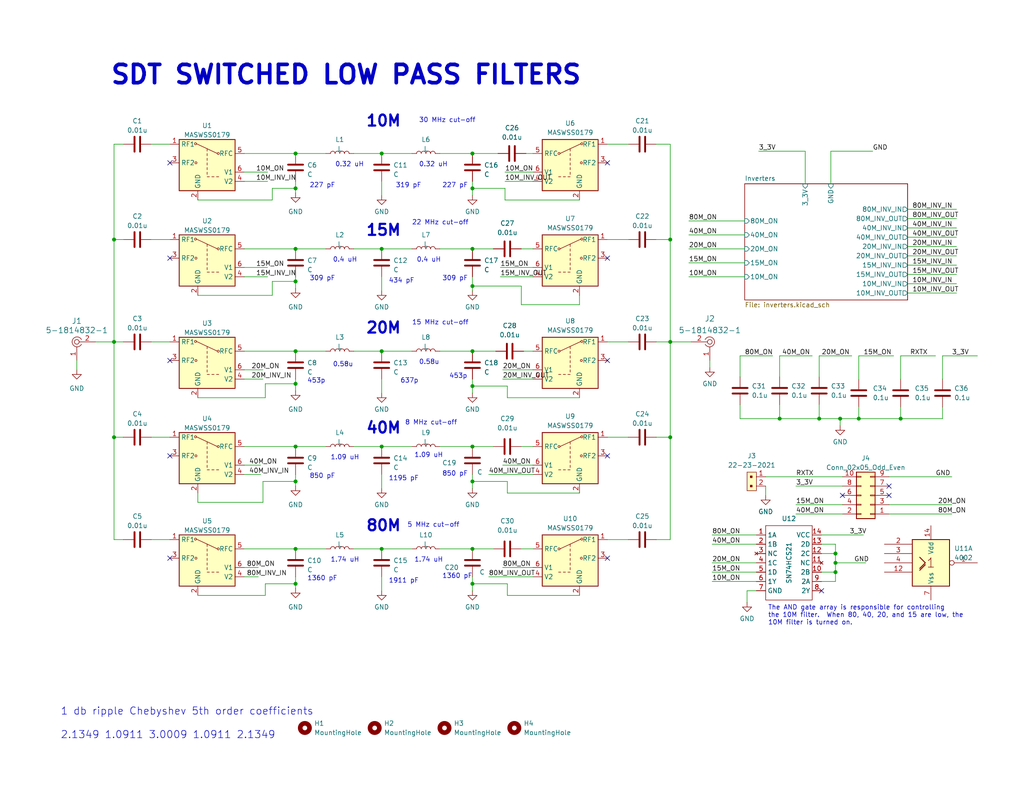
<source format=kicad_sch>
(kicad_sch (version 20230121) (generator eeschema)
  (paper "USLetter")
  (title_block (title "SDT Switched Low Pass Filters") (date "2023-06-05") (rev "Prototype 0"))
  (lib_symbols
    (symbol "4xxx_IEEE:4002"
      (property "Reference" "U" (at 5.08 7.62 0))
      (property "Value" "4002" (at 5.08 -7.62 0))
      (symbol "4002_0_0"
        (polyline (pts (xy -3.048 -2.032) (xy -1.524 -0.508) (xy -1.524 -0.508)) (stroke (width 0.254)) (fill (type background)))
        (polyline (pts (xy -3.048 1.524) (xy -1.524 0) (xy -3.048 -1.524) (xy -3.048 -1.524)) (stroke (width 0.254)) (fill (type background)))
        (text "1" (at 0 0 0) (effects (font (size 2.54 2.54))))
      )
      (symbol "4002_0_1"
        (rectangle (start -5.08 6.35) (end 5.08 -6.35) (stroke (width 0.254)) (fill (type background)))
        (pin power_in line (at 0 10.16 270) (length 3.81) (name "Vdd") (number "14"))
        (pin power_in line (at 0 -10.16 90) (length 3.81) (name "Vss") (number "7"))
      )
      (symbol "4002_1_1"
        (pin output inverted (at 12.7 0 180) (length 7.62) (name "~") (number "1"))
        (pin input line (at -12.7 -2.54 0) (length 7.62) (name "~") (number "12"))
        (pin input line (at -12.7 5.08 0) (length 7.62) (name "~") (number "2"))
        (pin input line (at -12.7 2.54 0) (length 7.62) (name "~") (number "3"))
        (pin input line (at -12.7 0 0) (length 7.62) (name "~") (number "4"))
      )
      (symbol "4002_2_1"
        (pin input line (at -12.7 2.54 0) (length 7.62) (name "~") (number "10"))
        (pin input line (at -12.7 0 0) (length 7.62) (name "~") (number "11"))
        (pin input line (at -12.7 -2.54 0) (length 7.62) (name "~") (number "12"))
        (pin output inverted (at 12.7 0 180) (length 7.62) (name "~") (number "13"))
        (pin input line (at -12.7 5.08 0) (length 7.62) (name "~") (number "9"))
      )
    )
    (symbol "Connector_Generic:Conn_02x05_Odd_Even" (pin_names (offset 1.016) hide)
      (property "Reference" "J" (at 1.27 7.62 0))
      (property "Value" "Conn_02x05_Odd_Even" (at 1.27 -7.62 0))
      (symbol "Conn_02x05_Odd_Even_1_1"
        (rectangle (start -1.27 -4.953) (end 0 -5.207) (stroke (width 0.1524)))
        (rectangle (start -1.27 -2.413) (end 0 -2.667) (stroke (width 0.1524)))
        (rectangle (start -1.27 0.127) (end 0 -0.127) (stroke (width 0.1524)))
        (rectangle (start -1.27 2.667) (end 0 2.413) (stroke (width 0.1524)))
        (rectangle (start -1.27 5.207) (end 0 4.953) (stroke (width 0.1524)))
        (rectangle (start -1.27 6.35) (end 3.81 -6.35) (stroke (width 0.254)) (fill (type background)))
        (rectangle (start 3.81 -4.953) (end 2.54 -5.207) (stroke (width 0.1524)))
        (rectangle (start 3.81 -2.413) (end 2.54 -2.667) (stroke (width 0.1524)))
        (rectangle (start 3.81 0.127) (end 2.54 -0.127) (stroke (width 0.1524)))
        (rectangle (start 3.81 2.667) (end 2.54 2.413) (stroke (width 0.1524)))
        (rectangle (start 3.81 5.207) (end 2.54 4.953) (stroke (width 0.1524)))
        (pin passive line (at -5.08 5.08 0) (length 3.81) (name "Pin_1") (number "1"))
        (pin passive line (at 7.62 -5.08 180) (length 3.81) (name "Pin_10") (number "10"))
        (pin passive line (at 7.62 5.08 180) (length 3.81) (name "Pin_2") (number "2"))
        (pin passive line (at -5.08 2.54 0) (length 3.81) (name "Pin_3") (number "3"))
        (pin passive line (at 7.62 2.54 180) (length 3.81) (name "Pin_4") (number "4"))
        (pin passive line (at -5.08 0 0) (length 3.81) (name "Pin_5") (number "5"))
        (pin passive line (at 7.62 0 180) (length 3.81) (name "Pin_6") (number "6"))
        (pin passive line (at -5.08 -2.54 0) (length 3.81) (name "Pin_7") (number "7"))
        (pin passive line (at 7.62 -2.54 180) (length 3.81) (name "Pin_8") (number "8"))
        (pin passive line (at -5.08 -5.08 0) (length 3.81) (name "Pin_9") (number "9"))
      )
    )
    (symbol "Device:C" (pin_numbers hide) (pin_names (offset 0.254))
      (property "Reference" "C" (at 0.635 2.54 0))
      (property "Value" "C" (at 0.635 -2.54 0))
      (symbol "C_0_1"
        (polyline (pts (xy -2.032 -0.762) (xy 2.032 -0.762)) (stroke (width 0.508)))
        (polyline (pts (xy -2.032 0.762) (xy 2.032 0.762)) (stroke (width 0.508)))
      )
      (symbol "C_1_1"
        (pin passive line (at 0 3.81 270) (length 2.794) (name "~") (number "1"))
        (pin passive line (at 0 -3.81 90) (length 2.794) (name "~") (number "2"))
      )
    )
    (symbol "Device:L" (pin_numbers hide) (pin_names (offset 1.016) hide)
      (property "Reference" "L" (at -1.27 0 90))
      (property "Value" "L" (at 1.905 0 90))
      (symbol "L_0_1"
        (arc (start 0 -2.54) (mid 0.6323 -1.905) (end 0 -1.27))
        (arc (start 0 -1.27) (mid 0.6323 -0.635) (end 0 0))
        (arc (start 0 0) (mid 0.6323 0.635) (end 0 1.27))
        (arc (start 0 1.27) (mid 0.6323 1.905) (end 0 2.54))
      )
      (symbol "L_1_1"
        (pin passive line (at 0 3.81 270) (length 1.27) (name "1") (number "1"))
        (pin passive line (at 0 -3.81 90) (length 1.27) (name "2") (number "2"))
      )
    )
    (symbol "Mechanical:MountingHole" (pin_names (offset 1.016))
      (property "Reference" "H" (at 0 5.08 0))
      (property "Value" "MountingHole" (at 0 3.175 0))
      (symbol "MountingHole_0_1"
        (circle (center 0 0) (radius 1.27) (stroke (width 1.27)))
      )
    )
    (symbol "RF_Switch:MASWSS0179"
      (property "Reference" "U" (at -7.62 7.62 0))
      (property "Value" "MASWSS0179" (at 3.81 7.62 0))
      (symbol "MASWSS0179_0_1"
        (circle (center -3.048 2.54) (radius 0.2794))
        (polyline (pts (xy -3.175 -3.81) (xy -2.54 -3.81)))
        (polyline (pts (xy -2.794 2.54) (xy 2.921 5.207)))
        (polyline (pts (xy -1.905 -3.81) (xy -1.27 -3.81)))
        (polyline (pts (xy -0.635 -3.81) (xy 0 -3.81)))
        (polyline (pts (xy 0 -3.175) (xy 0 -2.54)))
        (polyline (pts (xy 0 -1.905) (xy 0 -1.27)))
        (polyline (pts (xy 0 -0.635) (xy 0 0)))
        (polyline (pts (xy 0 0.635) (xy 0 1.27)))
        (polyline (pts (xy 0 1.905) (xy 0 2.54)))
        (polyline (pts (xy 0 3.175) (xy 0 3.81)))
        (circle (center 3.048 0) (radius 0.2794))
        (circle (center 3.175 5.207) (radius 0.2794))
        (rectangle (start 7.62 -7.62) (end -7.62 6.35) (stroke (width 0.254)) (fill (type background)))
      )
      (symbol "MASWSS0179_1_1"
        (pin passive line (at 10.16 5.08 180) (length 2.54) (name "RF1") (number "1"))
        (pin power_in line (at 2.54 -10.16 90) (length 2.54) (name "GND") (number "2"))
        (pin passive line (at 10.16 0 180) (length 2.54) (name "RF2") (number "3"))
        (pin input line (at -10.16 -5.08 0) (length 2.54) (name "V2") (number "4"))
        (pin passive line (at -10.16 2.54 0) (length 2.54) (name "RFC") (number "5"))
        (pin input line (at -10.16 -2.54 0) (length 2.54) (name "V1") (number "6"))
      )
    )
    (symbol "dk_Coaxial-Connectors-RF:5-1814832-1" (pin_names (offset 1.016))
      (property "Reference" "J" (at -2.54 1.27 0))
      (property "Value" "5-1814832-1" (at 1.27 -2.54 0))
      (symbol "5-1814832-1_0_1"
        (arc (start -1.27 0) (mid -0.2651 -1.3081) (end 1.27 -0.635))
        (circle (center 0 0) (radius 0.635))
        (arc (start 1.27 0.635) (mid -0.2496 1.3256) (end -1.27 0))
      )
      (symbol "5-1814832-1_1_1"
        (pin passive line (at 0 -5.08 90) (length 3.683) (name "~") (number "1"))
        (pin passive line (at 5.08 0 180) (length 4.445) (name "~") (number "2"))
      )
    )
    (symbol "dk_Logic-Buffers-Drivers-Receivers-Transceivers:SN74HCS21"
      (property "Reference" "U" (at 0 0 0))
      (symbol "SN74HCS21_0_1"
        (rectangle (start -6.35 10.16) (end 6.35 -10.16))
      )
      (symbol "SN74HCS21_1_1"
        (pin input line (at -8.89 7.62 0) (length 2.54) (name "1A") (number "1"))
        (pin input line (at 8.89 -2.54 180) (length 2.54) (name "2B") (number "10"))
        (pin no_connect line (at 8.89 0 180) (length 2.54) (name "NC") (number "11"))
        (pin output line (at 8.89 2.54 180) (length 2.54) (name "2C") (number "12"))
        (pin output line (at 8.89 5.08 180) (length 2.54) (name "2D") (number "13"))
        (pin input line (at 8.89 7.62 180) (length 2.54) (name "VCC") (number "14"))
        (pin input line (at -8.89 5.08 0) (length 2.54) (name "1B") (number "2"))
        (pin no_connect line (at -8.89 2.54 0) (length 2.54) (name "NC") (number "3"))
        (pin input line (at -8.89 0 0) (length 2.54) (name "1C") (number "4"))
        (pin input line (at -8.89 -2.54 0) (length 2.54) (name "1D") (number "5"))
        (pin input line (at -8.89 -5.08 0) (length 2.54) (name "1Y") (number "6"))
        (pin input line (at -8.89 -7.62 0) (length 2.54) (name "GND") (number "7"))
        (pin input line (at 8.89 -7.62 180) (length 2.54) (name "2Y") (number "8"))
        (pin input line (at 8.89 -5.08 180) (length 2.54) (name "2A") (number "9"))
      )
    )
    (symbol "dk_Rectangular-Connectors-Headers-Male-Pins:22-23-2021" (pin_names (offset 1.016))
      (property "Reference" "J" (at -2.54 1.27 0))
      (property "Value" "22-23-2021" (at 1.27 -3.81 0))
      (symbol "22-23-2021_1_1"
        (rectangle (start -1.27 0) (end 3.81 -2.54) (fill (type background)))
        (rectangle (start -0.254 -1.143) (end 0.254 -1.651) (fill (type outline)))
        (rectangle (start 2.286 -1.143) (end 2.794 -1.651) (fill (type outline)))
        (pin passive line (at 0 2.54 270) (length 2.54) (name "~") (number "1"))
        (pin passive line (at 2.54 2.54 270) (length 2.54) (name "~") (number "2"))
      )
    )
    (symbol "power:GND" (power) (pin_names (offset 0))
      (property "Value" "GND" (at 0 -3.81 0))
      (symbol "GND_0_1"
        (polyline (pts (xy 0 0) (xy 0 -1.27) (xy 1.27 -1.27) (xy 0 -2.54) (xy -1.27 -1.27) (xy 0 -1.27)))
      )
      (symbol "GND_1_1"
        (pin power_in line (at 0 0 270) (length 0) hide (name "GND") (number "1"))
      )
    )
  )
  (junction (at 182.88 93.345))
  (junction (at 128.905 41.91))
  (junction (at 31.115 93.345))
  (junction (at 227.965 156.21))
  (junction (at 80.645 41.91))
  (junction (at 212.725 114.3))
  (junction (at 245.745 114.3))
  (junction (at 80.645 95.885))
  (junction (at 128.905 51.435))
  (junction (at 104.14 95.885))
  (junction (at 80.645 104.775))
  (junction (at 234.315 114.3))
  (junction (at 104.14 121.92))
  (junction (at 128.905 105.41))
  (junction (at 31.115 65.405))
  (junction (at 31.115 119.38))
  (junction (at 80.645 149.86))
  (junction (at 128.905 95.885))
  (junction (at 227.965 153.67))
  (junction (at 128.905 149.86))
  (junction (at 229.235 114.3))
  (junction (at 104.14 149.86))
  (junction (at 182.88 119.38))
  (junction (at 128.905 78.105))
  (junction (at 223.52 114.3))
  (junction (at 128.905 131.445))
  (junction (at 80.645 76.835))
  (junction (at 104.14 41.91))
  (junction (at 128.905 159.385))
  (junction (at 80.645 121.92))
  (junction (at 128.905 67.945))
  (junction (at 80.645 67.945))
  (junction (at 227.965 151.13))
  (junction (at 80.645 51.435))
  (junction (at 80.645 131.445))
  (junction (at 128.905 121.92))
  (junction (at 80.645 159.385))
  (junction (at 182.88 65.405))
  (junction (at 104.14 67.945))
  (no_connect (at 46.355 44.45))
  (no_connect (at 224.155 161.29))
  (no_connect (at 46.355 70.485))
  (no_connect (at 242.57 132.715))
  (no_connect (at 242.57 135.255))
  (no_connect (at 165.735 70.485))
  (no_connect (at 165.735 152.4))
  (no_connect (at 46.355 152.4))
  (no_connect (at 165.735 98.425))
  (no_connect (at 165.735 124.46))
  (no_connect (at 46.355 98.425))
  (no_connect (at 165.735 44.45))
  (no_connect (at 46.355 124.46))
  (no_connect (at 229.87 135.255))
  (wire (pts (xy 104.14 157.48) (xy 104.14 161.29)))
  (wire (pts (xy 128.905 159.385) (xy 128.905 161.29)))
  (wire (pts (xy 257.175 103.505) (xy 257.175 97.155)))
  (wire (pts (xy 242.57 130.175) (xy 259.715 130.175)))
  (wire (pts (xy 26.035 93.345) (xy 31.115 93.345)))
  (wire (pts (xy 187.96 67.945) (xy 203.2 67.945)))
  (wire (pts (xy 128.905 51.435) (xy 137.795 51.435)))
  (wire (pts (xy 187.96 71.755) (xy 203.2 71.755)))
  (wire (pts (xy 136.525 73.025) (xy 145.415 73.025)))
  (wire (pts (xy 227.965 153.67) (xy 236.22 153.67)))
  (wire (pts (xy 179.07 147.32) (xy 182.88 147.32)))
  (wire (pts (xy 234.315 111.125) (xy 234.315 114.3)))
  (wire (pts (xy 208.915 132.715) (xy 208.915 135.255)))
  (wire (pts (xy 247.65 64.77) (xy 260.985 64.77)))
  (wire (pts (xy 66.675 121.92) (xy 80.645 121.92)))
  (wire (pts (xy 187.96 64.135) (xy 203.2 64.135)))
  (wire (pts (xy 182.88 93.345) (xy 182.88 119.38)))
  (wire (pts (xy 53.975 108.585) (xy 72.39 108.585)))
  (wire (pts (xy 41.275 147.32) (xy 46.355 147.32)))
  (wire (pts (xy 80.645 149.86) (xy 88.9 149.86)))
  (wire (pts (xy 226.695 50.165) (xy 226.695 41.275)))
  (wire (pts (xy 31.115 119.38) (xy 33.655 119.38)))
  (wire (pts (xy 41.275 93.345) (xy 46.355 93.345)))
  (wire (pts (xy 128.905 129.54) (xy 128.905 131.445)))
  (wire (pts (xy 165.735 93.345) (xy 171.45 93.345)))
  (wire (pts (xy 212.725 97.155) (xy 221.615 97.155)))
  (wire (pts (xy 138.43 162.56) (xy 138.43 159.385)))
  (wire (pts (xy 128.905 157.48) (xy 128.905 159.385)))
  (wire (pts (xy 208.915 130.175) (xy 229.87 130.175)))
  (wire (pts (xy 242.57 140.335) (xy 259.715 140.335)))
  (wire (pts (xy 72.39 108.585) (xy 72.39 104.775)))
  (wire (pts (xy 128.905 78.105) (xy 128.905 79.375)))
  (wire (pts (xy 165.735 39.37) (xy 171.45 39.37)))
  (wire (pts (xy 137.795 46.99) (xy 145.415 46.99)))
  (wire (pts (xy 182.88 147.32) (xy 182.88 119.38)))
  (wire (pts (xy 120.015 95.885) (xy 128.905 95.885)))
  (wire (pts (xy 247.65 59.69) (xy 260.985 59.69)))
  (wire (pts (xy 80.645 159.385) (xy 80.645 160.655)))
  (wire (pts (xy 219.71 50.165) (xy 219.71 41.275)))
  (wire (pts (xy 142.875 95.885) (xy 145.415 95.885)))
  (wire (pts (xy 194.31 153.67) (xy 206.375 153.67)))
  (wire (pts (xy 201.93 102.87) (xy 201.93 97.155)))
  (wire (pts (xy 66.675 129.54) (xy 71.12 129.54)))
  (wire (pts (xy 72.39 162.56) (xy 72.39 159.385)))
  (wire (pts (xy 41.275 119.38) (xy 46.355 119.38)))
  (wire (pts (xy 80.645 49.53) (xy 80.645 51.435)))
  (wire (pts (xy 53.975 80.645) (xy 74.295 80.645)))
  (wire (pts (xy 80.645 104.775) (xy 80.645 106.68)))
  (wire (pts (xy 104.14 67.945) (xy 112.395 67.945)))
  (wire (pts (xy 128.905 51.435) (xy 128.905 53.34)))
  (wire (pts (xy 66.675 73.025) (xy 73.025 73.025)))
  (wire (pts (xy 227.965 156.21) (xy 227.965 158.75)))
  (wire (pts (xy 31.115 93.345) (xy 33.655 93.345)))
  (wire (pts (xy 133.35 157.48) (xy 145.415 157.48)))
  (wire (pts (xy 257.175 114.3) (xy 257.175 111.125)))
  (wire (pts (xy 182.88 39.37) (xy 182.88 65.405)))
  (wire (pts (xy 41.275 39.37) (xy 46.355 39.37)))
  (wire (pts (xy 128.905 67.945) (xy 134.62 67.945)))
  (wire (pts (xy 80.645 51.435) (xy 80.645 52.705)))
  (wire (pts (xy 128.905 149.86) (xy 134.62 149.86)))
  (wire (pts (xy 80.645 67.945) (xy 88.9 67.945)))
  (wire (pts (xy 224.155 156.21) (xy 227.965 156.21)))
  (wire (pts (xy 187.96 75.565) (xy 203.2 75.565)))
  (wire (pts (xy 212.725 114.3) (xy 223.52 114.3)))
  (wire (pts (xy 217.17 137.795) (xy 229.87 137.795)))
  (wire (pts (xy 223.52 102.87) (xy 223.52 97.155)))
  (wire (pts (xy 53.975 134.62) (xy 53.975 137.16)))
  (wire (pts (xy 66.675 149.86) (xy 80.645 149.86)))
  (wire (pts (xy 74.295 80.645) (xy 74.295 76.835)))
  (wire (pts (xy 207.01 41.275) (xy 219.71 41.275)))
  (wire (pts (xy 223.52 97.155) (xy 232.41 97.155)))
  (wire (pts (xy 203.835 161.29) (xy 203.835 164.465)))
  (wire (pts (xy 20.955 98.425) (xy 20.955 100.965)))
  (wire (pts (xy 80.645 157.48) (xy 80.645 159.385)))
  (wire (pts (xy 33.655 147.32) (xy 31.115 147.32)))
  (wire (pts (xy 66.675 67.945) (xy 80.645 67.945)))
  (wire (pts (xy 193.675 98.425) (xy 193.675 100.33)))
  (wire (pts (xy 212.725 102.87) (xy 212.725 97.155)))
  (wire (pts (xy 96.52 41.91) (xy 104.14 41.91)))
  (wire (pts (xy 142.24 83.185) (xy 158.115 83.185)))
  (wire (pts (xy 31.115 65.405) (xy 31.115 39.37)))
  (wire (pts (xy 80.645 129.54) (xy 80.645 131.445)))
  (wire (pts (xy 247.65 67.31) (xy 260.985 67.31)))
  (wire (pts (xy 194.31 158.75) (xy 206.375 158.75)))
  (wire (pts (xy 179.07 39.37) (xy 182.88 39.37)))
  (wire (pts (xy 142.24 78.105) (xy 142.24 83.185)))
  (wire (pts (xy 179.07 65.405) (xy 182.88 65.405)))
  (wire (pts (xy 31.115 119.38) (xy 31.115 147.32)))
  (wire (pts (xy 201.93 114.3) (xy 212.725 114.3)))
  (wire (pts (xy 104.14 95.885) (xy 112.395 95.885)))
  (wire (pts (xy 137.16 103.505) (xy 145.415 103.505)))
  (wire (pts (xy 234.315 103.505) (xy 234.315 97.155)))
  (wire (pts (xy 217.17 140.335) (xy 229.87 140.335)))
  (wire (pts (xy 165.735 147.32) (xy 171.45 147.32)))
  (wire (pts (xy 234.315 114.3) (xy 245.745 114.3)))
  (wire (pts (xy 128.905 78.105) (xy 142.24 78.105)))
  (wire (pts (xy 31.115 93.345) (xy 31.115 65.405)))
  (wire (pts (xy 66.675 46.99) (xy 73.025 46.99)))
  (wire (pts (xy 96.52 121.92) (xy 104.14 121.92)))
  (wire (pts (xy 182.88 119.38) (xy 179.07 119.38)))
  (wire (pts (xy 182.88 65.405) (xy 182.88 93.345)))
  (wire (pts (xy 142.24 149.86) (xy 145.415 149.86)))
  (wire (pts (xy 128.905 105.41) (xy 128.905 107.315)))
  (wire (pts (xy 137.16 127) (xy 145.415 127)))
  (wire (pts (xy 80.645 76.835) (xy 80.645 78.74)))
  (wire (pts (xy 226.695 41.275) (xy 238.125 41.275)))
  (wire (pts (xy 128.905 41.91) (xy 135.89 41.91)))
  (wire (pts (xy 72.39 104.775) (xy 80.645 104.775)))
  (wire (pts (xy 227.965 153.67) (xy 227.965 156.21)))
  (wire (pts (xy 31.115 93.345) (xy 31.115 119.38)))
  (wire (pts (xy 74.295 51.435) (xy 80.645 51.435)))
  (wire (pts (xy 96.52 149.86) (xy 104.14 149.86)))
  (wire (pts (xy 247.65 72.39) (xy 260.985 72.39)))
  (wire (pts (xy 31.115 65.405) (xy 33.655 65.405)))
  (wire (pts (xy 158.115 83.185) (xy 158.115 80.645)))
  (wire (pts (xy 158.115 108.585) (xy 138.43 108.585)))
  (wire (pts (xy 158.115 134.62) (xy 138.43 134.62)))
  (wire (pts (xy 201.93 110.49) (xy 201.93 114.3)))
  (wire (pts (xy 247.65 74.93) (xy 260.985 74.93)))
  (wire (pts (xy 80.645 131.445) (xy 80.645 132.715)))
  (wire (pts (xy 194.31 148.59) (xy 206.375 148.59)))
  (wire (pts (xy 247.65 80.01) (xy 260.985 80.01)))
  (wire (pts (xy 104.14 41.91) (xy 112.395 41.91)))
  (wire (pts (xy 96.52 67.945) (xy 104.14 67.945)))
  (wire (pts (xy 137.795 49.53) (xy 145.415 49.53)))
  (wire (pts (xy 66.675 49.53) (xy 73.025 49.53)))
  (wire (pts (xy 179.07 93.345) (xy 182.88 93.345)))
  (wire (pts (xy 74.295 76.835) (xy 80.645 76.835)))
  (wire (pts (xy 245.745 103.505) (xy 245.745 97.155)))
  (wire (pts (xy 104.14 149.86) (xy 112.395 149.86)))
  (wire (pts (xy 223.52 110.49) (xy 223.52 114.3)))
  (wire (pts (xy 247.65 57.15) (xy 260.985 57.15)))
  (wire (pts (xy 41.275 65.405) (xy 46.355 65.405)))
  (wire (pts (xy 80.645 103.505) (xy 80.645 104.775)))
  (wire (pts (xy 66.675 75.565) (xy 73.025 75.565)))
  (wire (pts (xy 136.525 75.565) (xy 145.415 75.565)))
  (wire (pts (xy 120.015 121.92) (xy 128.905 121.92)))
  (wire (pts (xy 229.235 114.3) (xy 234.315 114.3)))
  (wire (pts (xy 158.115 162.56) (xy 138.43 162.56)))
  (wire (pts (xy 165.735 119.38) (xy 171.45 119.38)))
  (wire (pts (xy 247.65 69.85) (xy 260.985 69.85)))
  (wire (pts (xy 128.905 131.445) (xy 128.905 133.35)))
  (wire (pts (xy 234.315 97.155) (xy 243.84 97.155)))
  (wire (pts (xy 96.52 95.885) (xy 104.14 95.885)))
  (wire (pts (xy 247.65 62.23) (xy 260.985 62.23)))
  (wire (pts (xy 71.755 131.445) (xy 80.645 131.445)))
  (wire (pts (xy 201.93 97.155) (xy 210.82 97.155)))
  (wire (pts (xy 80.645 95.885) (xy 88.9 95.885)))
  (wire (pts (xy 212.725 110.49) (xy 212.725 114.3)))
  (wire (pts (xy 142.24 67.945) (xy 145.415 67.945)))
  (wire (pts (xy 224.155 146.05) (xy 235.585 146.05)))
  (wire (pts (xy 182.88 93.345) (xy 188.595 93.345)))
  (wire (pts (xy 242.57 137.795) (xy 259.715 137.795)))
  (wire (pts (xy 245.745 114.3) (xy 257.175 114.3)))
  (wire (pts (xy 227.965 148.59) (xy 227.965 151.13)))
  (wire (pts (xy 66.675 103.505) (xy 71.755 103.505)))
  (wire (pts (xy 206.375 161.29) (xy 203.835 161.29)))
  (wire (pts (xy 66.675 157.48) (xy 70.485 157.48)))
  (wire (pts (xy 229.235 114.3) (xy 229.235 116.205)))
  (wire (pts (xy 104.14 49.53) (xy 104.14 53.34)))
  (wire (pts (xy 120.015 41.91) (xy 128.905 41.91)))
  (wire (pts (xy 72.39 159.385) (xy 80.645 159.385)))
  (wire (pts (xy 224.155 151.13) (xy 227.965 151.13)))
  (wire (pts (xy 138.43 105.41) (xy 128.905 105.41)))
  (wire (pts (xy 80.645 41.91) (xy 88.9 41.91)))
  (wire (pts (xy 66.675 95.885) (xy 80.645 95.885)))
  (wire (pts (xy 133.35 129.54) (xy 145.415 129.54)))
  (wire (pts (xy 53.975 54.61) (xy 74.295 54.61)))
  (wire (pts (xy 53.975 137.16) (xy 71.755 137.16)))
  (wire (pts (xy 128.905 121.92) (xy 134.62 121.92)))
  (wire (pts (xy 104.14 129.54) (xy 104.14 133.35)))
  (wire (pts (xy 128.905 49.53) (xy 128.905 51.435)))
  (wire (pts (xy 257.175 97.155) (xy 266.7 97.155)))
  (wire (pts (xy 137.795 54.61) (xy 158.115 54.61)))
  (wire (pts (xy 224.155 148.59) (xy 227.965 148.59)))
  (wire (pts (xy 224.155 158.75) (xy 227.965 158.75)))
  (wire (pts (xy 245.745 97.155) (xy 255.27 97.155)))
  (wire (pts (xy 71.755 131.445) (xy 71.755 137.16)))
  (wire (pts (xy 80.645 121.92) (xy 88.9 121.92)))
  (wire (pts (xy 143.51 41.91) (xy 145.415 41.91)))
  (wire (pts (xy 104.14 103.505) (xy 104.14 107.315)))
  (wire (pts (xy 104.14 75.565) (xy 104.14 79.375)))
  (wire (pts (xy 80.645 75.565) (xy 80.645 76.835)))
  (wire (pts (xy 247.65 77.47) (xy 260.985 77.47)))
  (wire (pts (xy 138.43 108.585) (xy 138.43 105.41)))
  (wire (pts (xy 165.735 65.405) (xy 171.45 65.405)))
  (wire (pts (xy 142.24 121.92) (xy 145.415 121.92)))
  (wire (pts (xy 138.43 159.385) (xy 128.905 159.385)))
  (wire (pts (xy 138.43 131.445) (xy 128.905 131.445)))
  (wire (pts (xy 120.015 149.86) (xy 128.905 149.86)))
  (wire (pts (xy 66.675 100.965) (xy 71.755 100.965)))
  (wire (pts (xy 120.015 67.945) (xy 128.905 67.945)))
  (wire (pts (xy 137.16 100.965) (xy 145.415 100.965)))
  (wire (pts (xy 53.975 162.56) (xy 72.39 162.56)))
  (wire (pts (xy 104.14 121.92) (xy 112.395 121.92)))
  (wire (pts (xy 66.675 127) (xy 71.12 127)))
  (wire (pts (xy 66.675 41.91) (xy 80.645 41.91)))
  (wire (pts (xy 128.905 75.565) (xy 128.905 78.105)))
  (wire (pts (xy 194.31 146.05) (xy 206.375 146.05)))
  (wire (pts (xy 223.52 114.3) (xy 229.235 114.3)))
  (wire (pts (xy 187.96 60.325) (xy 203.2 60.325)))
  (wire (pts (xy 128.905 95.885) (xy 135.255 95.885)))
  (wire (pts (xy 217.17 132.715) (xy 229.87 132.715)))
  (wire (pts (xy 194.31 156.21) (xy 206.375 156.21)))
  (wire (pts (xy 245.745 111.125) (xy 245.745 114.3)))
  (wire (pts (xy 138.43 134.62) (xy 138.43 131.445)))
  (wire (pts (xy 227.965 151.13) (xy 227.965 153.67)))
  (wire (pts (xy 128.905 103.505) (xy 128.905 105.41)))
  (wire (pts (xy 137.795 51.435) (xy 137.795 54.61)))
  (wire (pts (xy 31.115 39.37) (xy 33.655 39.37)))
  (wire (pts (xy 74.295 54.61) (xy 74.295 51.435)))
  (wire (pts (xy 66.675 154.94) (xy 70.485 154.94)))
  (wire (pts (xy 137.16 154.94) (xy 145.415 154.94)))
  (text "227 pF" (at 84.455 51.435 0) (effects (font (size 1.27 1.27)) (justify left bottom)))
  (text "637p" (at 109.22 104.775 0) (effects (font (size 1.27 1.27)) (justify left bottom)))
  (text "1911 pF" (at 106.045 159.385 0) (effects (font (size 1.27 1.27)) (justify left bottom)))
  (text "1.09 uH" (at 90.17 125.73 0) (effects (font (size 1.27 1.27)) (justify left bottom)))
  (text "0.32 uH" (at 91.44 45.72 0) (effects (font (size 1.27 1.27)) (justify left bottom)))
  (text "309 pF" (at 120.65 76.835 0) (effects (font (size 1.27 1.27)) (justify left bottom)))
  (text "850 pF" (at 120.65 130.175 0) (effects (font (size 1.27 1.27)) (justify left bottom)))
  (text "0.4 uH" (at 90.805 71.755 0) (effects (font (size 1.27 1.27)) (justify left bottom)))
  (text "8 MHz cut-off" (at 110.49 116.205 0) (effects (font (size 1.27 1.27)) (justify left bottom)))
  (text "0.58u" (at 90.805 100.33 0) (effects (font (size 1.27 1.27)) (justify left bottom)))
  (text "40M" (at 99.695 118.745 0) (effects (font (size 3 3) (thickness 0.6) bold) (justify left bottom)))
  (text "SDT SWITCHED LOW PASS FILTERS" (at 29.845 23.495 0) (effects (font (size 5 5) (thickness 1) bold) (justify left bottom)))
  (text "0.58u" (at 114.3 99.695 0) (effects (font (size 1.27 1.27)) (justify left bottom)))
  (text "15M" (at 99.695 64.77 0) (effects (font (size 3 3) (thickness 0.6) bold) (justify left bottom)))
  (text "5 MHz cut-off" (at 111.125 144.145 0) (effects (font (size 1.27 1.27)) (justify left bottom)))
  (text "1 db ripple Chebyshev 5th order coefficients\n\n2.1349 1.0911 3.0009 1.0911 2.1349" (at 16.51 201.93 0) (effects (font (size 2 2)) (justify left bottom)))
  (text "309 pF" (at 84.455 76.835 0) (effects (font (size 1.27 1.27)) (justify left bottom)))
  (text "850 pF" (at 84.455 130.81 0) (effects (font (size 1.27 1.27)) (justify left bottom)))
  (text "22 MHz cut-off" (at 112.395 61.595 0) (effects (font (size 1.27 1.27)) (justify left bottom)))
  (text "453p" (at 83.82 104.775 0) (effects (font (size 1.27 1.27)) (justify left bottom)))
  (text "15 MHz cut-off" (at 112.395 88.9 0) (effects (font (size 1.27 1.27)) (justify left bottom)))
  (text "80M" (at 99.695 145.415 0) (effects (font (size 3 3) (thickness 0.6) bold) (justify left bottom)))
  (text "20M" (at 99.695 91.44 0) (effects (font (size 3 3) (thickness 0.6) bold) (justify left bottom)))
  (text "0.4 uH" (at 113.665 71.755 0) (effects (font (size 1.27 1.27)) (justify left bottom)))
  (text "30 MHz cut-off" (at 114.3 33.655 0) (effects (font (size 1.27 1.27)) (justify left bottom)))
  (text "1195 pF" (at 106.045 131.445 0) (effects (font (size 1.27 1.27)) (justify left bottom)))
  (text "1.74 uH" (at 113.03 153.67 0) (effects (font (size 1.27 1.27)) (justify left bottom)))
  (text "10M" (at 99.695 34.925 0) (effects (font (size 3 3) (thickness 0.6) bold) (justify left bottom)))
  (text "1.09 uH" (at 113.03 125.095 0) (effects (font (size 1.27 1.27)) (justify left bottom)))
  (text "227 pF" (at 120.65 51.435 0) (effects (font (size 1.27 1.27)) (justify left bottom)))
  (text "1.74 uH" (at 90.17 153.67 0) (effects (font (size 1.27 1.27)) (justify left bottom)))
  (text "0.32 uH" (at 114.3 45.72 0) (effects (font (size 1.27 1.27)) (justify left bottom)))
  (text "1360 pF" (at 83.82 158.75 0) (effects (font (size 1.27 1.27)) (justify left bottom)))
  (text "319 pF" (at 107.95 51.435 0) (effects (font (size 1.27 1.27)) (justify left bottom)))
  (text "434 pF" (at 106.045 77.47 0) (effects (font (size 1.27 1.27)) (justify left bottom)))
  (text "The AND gate array is responsible for controlling\nthe 10M filter.  When 80, 40, 20, and 15 are low, the\n10M filter is turned on." (at 209.55 170.815 0) (effects (font (size 1.27 1.27)) (justify left bottom)))
  (text "1360 pF" (at 120.65 158.115 0) (effects (font (size 1.27 1.27)) (justify left bottom)))
  (text "453p" (at 122.555 103.505 0) (effects (font (size 1.27 1.27)) (justify left bottom)))
  (label "15M_ON" (at 217.17 137.795 0))
  (label "3_3V" (at 231.775 146.05 0))
  (label "40M_ON" (at 213.36 97.155 0))
  (label "3_3V" (at 217.17 132.715 0))
  (label "40M_ON" (at 217.17 140.335 0))
  (label "20M_ON" (at 137.16 100.965 0))
  (label "80M_ON" (at 187.96 60.325 0))
  (label "10M_ON" (at 69.85 46.99 0))
  (label "80M_INV_OUT" (at 133.35 157.48 0))
  (label "GND" (at 233.045 153.67 0))
  (label "80M_ON" (at 194.31 146.05 0))
  (label "80M_INV_IN" (at 248.92 57.15 0))
  (label "10M_ON" (at 187.96 75.565 0))
  (label "80M_ON" (at 203.2 97.155 0))
  (label "RXTX" (at 248.285 97.155 0))
  (label "RXTX" (at 217.17 130.175 0))
  (label "20M_INV_IN" (at 248.92 67.31 0))
  (label "20M_INV_OUT" (at 137.16 103.505 0))
  (label "10M_INV_OUT" (at 137.795 49.53 0))
  (label "GND" (at 238.125 41.275 0))
  (label "20M_INV_OUT" (at 248.92 69.85 0))
  (label "40M_ON" (at 67.945 127 0))
  (label "15M_ON" (at 69.85 73.025 0))
  (label "40M_INV_IN" (at 67.945 129.54 0))
  (label "40M_ON" (at 194.31 148.59 0))
  (label "40M_INV_OUT" (at 133.35 129.54 0))
  (label "40M_INV_IN" (at 248.92 62.23 0))
  (label "3_3V" (at 259.715 97.155 0))
  (label "40M_INV_OUT" (at 248.92 64.77 0))
  (label "15M_INV_OUT" (at 248.92 74.93 0))
  (label "80M_INV_OUT" (at 248.92 59.69 0))
  (label "10M_INV_IN" (at 69.85 49.53 0))
  (label "3_3V" (at 207.01 41.275 0))
  (label "20M_ON" (at 194.31 153.67 0))
  (label "20M_ON" (at 187.96 67.945 0))
  (label "40M_ON" (at 137.16 127 0))
  (label "GND" (at 255.27 130.175 0))
  (label "15M_INV_IN" (at 69.85 75.565 0))
  (label "20M_ON" (at 224.155 97.155 0))
  (label "15M_ON" (at 136.525 73.025 0))
  (label "15M_ON" (at 235.585 97.155 0))
  (label "20M_ON" (at 68.58 100.965 0))
  (label "15M_ON" (at 194.31 156.21 0))
  (label "80M_ON" (at 137.16 154.94 0))
  (label "80M_ON" (at 67.31 154.94 0))
  (label "15M_INV_OUT" (at 136.525 75.565 0))
  (label "15M_ON" (at 187.96 71.755 0))
  (label "80M_INV_IN" (at 67.31 157.48 0))
  (label "40M_ON" (at 187.96 64.135 0))
  (label "10M_INV_OUT" (at 248.92 80.01 0))
  (label "20M_INV_IN" (at 68.58 103.505 0))
  (label "80M_ON" (at 255.905 140.335 0))
  (label "10M_ON" (at 194.31 158.75 0))
  (label "15M_INV_IN" (at 248.92 72.39 0))
  (label "10M_ON" (at 137.795 46.99 0))
  (label "20M_ON" (at 255.905 137.795 0))
  (label "10M_INV_IN" (at 248.92 77.47 0))
  (symbol (lib_id "Device:C") (at 175.26 147.32 90) (unit 1)
    (property "Reference" "C25" (at 175.26 140.97 90))
    (property "Value" "0.01u" (at 175.26 143.51 90))
    (property "Footprint" "Capacitor_SMD:C_1206_3216Metric" (effects hide))
  )
  (symbol (lib_id "Device:C") (at 175.26 65.405 90) (unit 1)
    (property "Reference" "C22" (at 175.26 59.055 90))
    (property "Value" "0.01u" (at 175.26 61.595 90))
    (property "Footprint" "Capacitor_SMD:C_1206_3216Metric" (effects hide))
  )
  (symbol (lib_id "Device:C") (at 175.26 119.38 90) (unit 1)
    (property "Reference" "C24" (at 175.26 113.03 90))
    (property "Value" "0.01u" (at 175.26 115.57 90))
    (property "Footprint" "Capacitor_SMD:C_1206_3216Metric" (effects hide))
  )
  (symbol (lib_id "Device:C") (at 139.065 95.885 90) (unit 1)
    (property "Reference" "C28" (at 139.065 88.9 90))
    (property "Value" "0.01u" (at 139.065 91.44 90))
    (property "Footprint" "Capacitor_SMD:C_1206_3216Metric" (effects hide))
  )
  (symbol (lib_id "Device:C") (at 80.645 99.695 0) (unit 1)
    (property "Reference" "C8" (at 83.82 99.06 0) (effects (justify left)))
    (property "Value" "C" (at 83.82 101.6 0) (effects (justify left)))
    (property "Footprint" "Capacitor_SMD:C_1206_3216Metric" (effects hide))
  )
  (symbol (lib_id "power:GND") (at 104.14 53.34 0) (unit 1)
    (property "Reference" "#PWR07" (effects hide))
    (property "Value" "GND" (at 104.14 57.785 0))
  )
  (symbol (lib_id "RF_Switch:MASWSS0179") (at 155.575 152.4 0) (unit 1)
    (property "Reference" "U10" (at 155.575 141.605 0))
    (property "Value" "MASWSS0179" (at 155.575 144.145 0))
    (property "Footprint" "Package_TO_SOT_SMD:SOT-23-6" (effects hide))
    (property "Datasheet" "https://cdn.macom.com/datasheets/MASWSS0179.pdf" (effects hide))
    (property "Sim.Enable" "0" (effects hide))
  )
  (symbol (lib_id "power:GND") (at 128.905 53.34 0) (unit 1)
    (property "Reference" "#PWR012" (effects hide))
    (property "Value" "GND" (at 128.905 57.785 0))
  )
  (symbol (lib_id "Device:C") (at 104.14 153.67 0) (unit 1)
    (property "Reference" "C15" (at 107.315 153.035 0) (effects (justify left)))
    (property "Value" "C" (at 107.315 155.575 0) (effects (justify left)))
    (property "Footprint" "Capacitor_SMD:C_1206_3216Metric" (effects hide))
  )
  (symbol (lib_id "Device:C") (at 104.14 125.73 0) (unit 1)
    (property "Reference" "C14" (at 107.315 125.095 0) (effects (justify left)))
    (property "Value" "C" (at 107.315 127.635 0) (effects (justify left)))
    (property "Footprint" "Capacitor_SMD:C_1206_3216Metric" (effects hide))
  )
  (symbol (lib_id "Device:L") (at 92.71 41.91 90) (unit 1)
    (property "Reference" "L1" (at 92.71 38.1 90))
    (property "Value" "L" (at 92.71 40.64 90))
    (property "Footprint" "Toroid_SMD:Toroid_SMD" (effects hide))
  )
  (symbol (lib_id "Device:C") (at 139.7 41.91 90) (unit 1)
    (property "Reference" "C26" (at 139.7 34.925 90))
    (property "Value" "0.01u" (at 139.7 37.465 90))
    (property "Footprint" "Capacitor_SMD:C_1206_3216Metric" (effects hide))
  )
  (symbol (lib_id "Device:C") (at 128.905 153.67 0) (unit 1)
    (property "Reference" "C20" (at 121.285 154.94 0) (effects (justify left)))
    (property "Value" "C" (at 130.81 156.21 0) (effects (justify left)))
    (property "Footprint" "Capacitor_SMD:C_1206_3216Metric" (effects hide))
  )
  (symbol (lib_id "Device:C") (at 37.465 39.37 90) (unit 1)
    (property "Reference" "C1" (at 37.465 33.02 90))
    (property "Value" "0.01u" (at 37.465 35.56 90))
    (property "Footprint" "Capacitor_SMD:C_1206_3216Metric" (effects hide))
  )
  (symbol (lib_id "RF_Switch:MASWSS0179") (at 56.515 44.45 0) (mirror y) (unit 1)
    (property "Reference" "U1" (at 56.515 34.29 0))
    (property "Value" "MASWSS0179" (at 56.515 36.83 0))
    (property "Footprint" "Package_TO_SOT_SMD:SOT-23-6" (effects hide))
    (property "Datasheet" "https://cdn.macom.com/datasheets/MASWSS0179.pdf" (effects hide))
    (property "Sim.Enable" "0" (effects hide))
  )
  (symbol (lib_id "Device:C") (at 37.465 119.38 90) (unit 1)
    (property "Reference" "C4" (at 37.465 113.03 90))
    (property "Value" "0.01u" (at 37.465 115.57 90))
    (property "Footprint" "Capacitor_SMD:C_1206_3216Metric" (effects hide))
  )
  (symbol (lib_id "power:GND") (at 193.675 100.33 0) (unit 1)
    (property "Reference" "#PWR018" (effects hide))
    (property "Value" "GND" (at 193.675 104.775 0))
  )
  (symbol (lib_id "power:GND") (at 80.645 106.68 0) (unit 1)
    (property "Reference" "#PWR04" (effects hide))
    (property "Value" "GND" (at 80.645 111.76 0))
  )
  (symbol (lib_id "RF_Switch:MASWSS0179") (at 56.515 152.4 0) (mirror y) (unit 1)
    (property "Reference" "U5" (at 56.515 142.24 0))
    (property "Value" "MASWSS0179" (at 56.515 144.78 0))
    (property "Footprint" "Package_TO_SOT_SMD:SOT-23-6" (effects hide))
    (property "Datasheet" "https://cdn.macom.com/datasheets/MASWSS0179.pdf" (effects hide))
    (property "Sim.Enable" "0" (effects hide))
  )
  (symbol (lib_id "Connector_Generic:Conn_02x05_Odd_Even") (at 237.49 135.255 180) (unit 1)
    (property "Reference" "J4" (at 236.22 125.095 0))
    (property "Value" "Conn_02x05_Odd_Even" (at 236.22 127.635 0))
    (property "Footprint" "Connector_IDC:IDC-Header_2x05_P2.54mm_Vertical" (effects hide))
    (property "Sim.Enable" "0" (effects hide))
  )
  (symbol (lib_id "power:GND") (at 128.905 107.315 0) (unit 1)
    (property "Reference" "#PWR014" (effects hide))
    (property "Value" "GND" (at 128.905 111.76 0))
  )
  (symbol (lib_id "RF_Switch:MASWSS0179") (at 155.575 98.425 0) (unit 1)
    (property "Reference" "U8" (at 155.575 87.63 0))
    (property "Value" "MASWSS0179" (at 155.575 90.17 0))
    (property "Footprint" "Package_TO_SOT_SMD:SOT-23-6" (effects hide))
    (property "Datasheet" "https://cdn.macom.com/datasheets/MASWSS0179.pdf" (effects hide))
    (property "Sim.Enable" "0" (effects hide))
  )
  (symbol (lib_id "power:GND") (at 128.905 133.35 0) (unit 1)
    (property "Reference" "#PWR015" (effects hide))
    (property "Value" "GND" (at 128.905 137.795 0))
  )
  (symbol (lib_id "dk_Coaxial-Connectors-RF:5-1814832-1") (at 20.955 93.345 0) (unit 1)
    (property "Reference" "J1" (at 20.9549 87.63 0) (effects (font (size 1.524 1.524))))
    (property "Value" "5-1814832-1" (at 20.9549 90.17 0) (effects (font (size 1.524 1.524))))
    (property "Footprint" "digikey-footprints:RF_SMA_Vertical_5-1814832-1" (effects hide))
    (property "Datasheet" "https://www.te.com/commerce/DocumentDelivery/DDEController?Action=srchrtrv&DocNm=1814832&DocType=Customer+Drawing&DocLang=English" (effects hide))
    (property "Digi-Key_PN" "A97594-ND" (effects hide))
    (property "MPN" "5-1814832-1" (effects hide))
    (property "Category" "Connectors, Interconnects" (effects hide))
    (property "Family" "Coaxial Connectors (RF)" (effects hide))
    (property "DK_Datasheet_Link" "https://www.te.com/commerce/DocumentDelivery/DDEController?Action=srchrtrv&DocNm=1814832&DocType=Customer+Drawing&DocLang=English" (effects hide))
    (property "DK_Detail_Page" "/product-detail/en/te-connectivity-amp-connectors/5-1814832-1/A97594-ND/1755982" (effects hide))
    (property "Description" "CONN SMA JACK STR 50 OHM PCB" (effects hide))
    (property "Manufacturer" "TE Connectivity AMP Connectors" (effects hide))
    (property "Status" "Active" (effects hide))
    (property "Sim.Enable" "0" (effects hide))
  )
  (symbol (lib_id "Device:L") (at 92.71 67.945 90) (unit 1)
    (property "Reference" "L2" (at 92.71 64.135 90))
    (property "Value" "L" (at 92.71 66.675 90))
    (property "Footprint" "Toroid_SMD:Toroid_SMD" (effects hide))
  )
  (symbol (lib_id "Device:C") (at 212.725 106.68 180) (unit 1)
    (property "Reference" "C32" (at 215.9 105.41 0) (effects (justify right)))
    (property "Value" "0.1u" (at 215.9 107.95 0) (effects (justify right)))
    (property "Footprint" "Capacitor_SMD:C_1206_3216Metric" (effects hide))
  )
  (symbol (lib_id "4xxx_IEEE:4002") (at 254 153.67 0) (unit 1)
    (property "Reference" "U11" (at 262.89 149.7331 0))
    (property "Value" "4002" (at 262.89 152.2731 0))
  )
  (symbol (lib_id "Device:L") (at 116.205 67.945 90) (unit 1)
    (property "Reference" "L7" (at 116.205 64.135 90))
    (property "Value" "L" (at 116.205 66.675 90))
    (property "Footprint" "Toroid_SMD:Toroid_SMD" (effects hide))
  )
  (symbol (lib_id "dk_Rectangular-Connectors-Headers-Male-Pins:22-23-2021") (at 206.375 130.175 270) (unit 1)
    (property "Reference" "J3" (at 205.105 124.46 90))
    (property "Value" "22-23-2021" (at 205.105 127 90))
    (property "Footprint" "digikey-footprints:PinHeader_1x2_P2.54mm_Drill1.02mm" (effects hide))
    (property "Datasheet" "https://media.digikey.com/pdf/Data%20Sheets/Molex%20PDFs/A-6373-N_Series_Dwg_2010-12-03.pdf" (effects hide))
    (property "Digi-Key_PN" "WM4200-ND" (effects hide))
    (property "MPN" "22-23-2021" (effects hide))
    (property "Category" "Connectors, Interconnects" (effects hide))
    (property "Family" "Rectangular Connectors - Headers, Male Pins" (effects hide))
    (property "DK_Datasheet_Link" "https://media.digikey.com/pdf/Data%20Sheets/Molex%20PDFs/A-6373-N_Series_Dwg_2010-12-03.pdf" (effects hide))
    (property "DK_Detail_Page" "/product-detail/en/molex/22-23-2021/WM4200-ND/26667" (effects hide))
    (property "Description" "CONN HEADER VERT 2POS 2.54MM" (effects hide))
    (property "Manufacturer" "Molex" (effects hide))
    (property "Status" "Active" (effects hide))
    (property "Sim.Enable" "0" (effects hide))
  )
  (symbol (lib_id "Mechanical:MountingHole") (at 121.285 198.755 0) (unit 1)
    (property "Reference" "H3" (at 123.825 197.485 0) (effects (justify left)))
    (property "Value" "MountingHole" (at 123.825 200.025 0) (effects (justify left)))
    (property "Footprint" "MountingHole:MountingHole_3.2mm_M3" (effects hide))
    (property "Sim.Enable" "0" (effects hide))
  )
  (symbol (lib_id "Device:L") (at 92.71 121.92 90) (unit 1)
    (property "Reference" "L4" (at 92.71 118.11 90))
    (property "Value" "L" (at 92.71 120.65 90))
    (property "Footprint" "Toroid_SMD:Toroid_SMD" (effects hide))
  )
  (symbol (lib_id "Device:C") (at 257.175 107.315 180) (unit 1)
    (property "Reference" "C36" (at 260.35 106.045 0) (effects (justify right)))
    (property "Value" "0.1u" (at 260.35 108.585 0) (effects (justify right)))
    (property "Footprint" "Capacitor_SMD:C_1206_3216Metric" (effects hide))
  )
  (symbol (lib_id "Device:C") (at 201.93 106.68 180) (unit 1)
    (property "Reference" "C31" (at 205.105 105.41 0) (effects (justify right)))
    (property "Value" "0.1u" (at 205.105 107.95 0) (effects (justify right)))
    (property "Footprint" "Capacitor_SMD:C_1206_3216Metric" (effects hide))
  )
  (symbol (lib_id "Device:C") (at 104.14 71.755 0) (unit 1)
    (property "Reference" "C12" (at 107.315 71.12 0) (effects (justify left)))
    (property "Value" "C" (at 107.315 73.66 0) (effects (justify left)))
    (property "Footprint" "Capacitor_SMD:C_1206_3216Metric" (effects hide))
  )
  (symbol (lib_id "power:GND") (at 203.835 164.465 0) (unit 1)
    (property "Reference" "#PWR021" (effects hide))
    (property "Value" "GND" (at 203.835 168.91 0))
  )
  (symbol (lib_id "power:GND") (at 229.235 116.205 0) (unit 1)
    (property "Reference" "#PWR017" (effects hide))
    (property "Value" "GND" (at 229.235 120.65 0))
  )
  (symbol (lib_id "Device:L") (at 116.205 121.92 90) (unit 1)
    (property "Reference" "L9" (at 116.205 118.11 90))
    (property "Value" "L" (at 116.205 120.65 90))
    (property "Footprint" "Toroid_SMD:Toroid_SMD" (effects hide))
  )
  (symbol (lib_id "RF_Switch:MASWSS0179") (at 155.575 70.485 0) (unit 1)
    (property "Reference" "U7" (at 155.575 59.69 0))
    (property "Value" "MASWSS0179" (at 155.575 62.23 0))
    (property "Footprint" "Package_TO_SOT_SMD:SOT-23-6" (effects hide))
    (property "Datasheet" "https://cdn.macom.com/datasheets/MASWSS0179.pdf" (effects hide))
    (property "Sim.Enable" "0" (effects hide))
  )
  (symbol (lib_id "Device:C") (at 175.26 93.345 90) (unit 1)
    (property "Reference" "C23" (at 175.26 86.995 90))
    (property "Value" "0.01u" (at 175.26 89.535 90))
    (property "Footprint" "Capacitor_SMD:C_1206_3216Metric" (effects hide))
  )
  (symbol (lib_id "power:GND") (at 80.645 160.655 0) (unit 1)
    (property "Reference" "#PWR06" (effects hide))
    (property "Value" "GND" (at 80.645 165.735 0))
  )
  (symbol (lib_id "Device:C") (at 104.14 99.695 0) (unit 1)
    (property "Reference" "C13" (at 107.315 99.06 0) (effects (justify left)))
    (property "Value" "C" (at 107.315 101.6 0) (effects (justify left)))
    (property "Footprint" "Capacitor_SMD:C_1206_3216Metric" (effects hide))
  )
  (symbol (lib_id "RF_Switch:MASWSS0179") (at 56.515 124.46 0) (mirror y) (unit 1)
    (property "Reference" "U4" (at 56.515 114.3 0))
    (property "Value" "MASWSS0179" (at 56.515 116.84 0))
    (property "Footprint" "Package_TO_SOT_SMD:SOT-23-6" (effects hide))
    (property "Datasheet" "https://cdn.macom.com/datasheets/MASWSS0179.pdf" (effects hide))
    (property "Sim.Enable" "0" (effects hide))
  )
  (symbol (lib_id "Device:C") (at 80.645 45.72 0) (unit 1)
    (property "Reference" "C6" (at 83.82 45.085 0) (effects (justify left)))
    (property "Value" "C" (at 83.82 47.625 0) (effects (justify left)))
    (property "Footprint" "Capacitor_SMD:C_1206_3216Metric" (effects hide))
  )
  (symbol (lib_id "Device:L") (at 116.205 149.86 90) (unit 1)
    (property "Reference" "L10" (at 116.205 146.05 90))
    (property "Value" "L" (at 116.205 148.59 90))
    (property "Footprint" "Toroid_SMD:Toroid_SMD" (effects hide))
  )
  (symbol (lib_id "Device:C") (at 128.905 71.755 0) (unit 1)
    (property "Reference" "C17" (at 132.08 71.12 0) (effects (justify left)))
    (property "Value" "C" (at 132.08 73.66 0) (effects (justify left)))
    (property "Footprint" "Capacitor_SMD:C_1206_3216Metric" (effects hide))
  )
  (symbol (lib_id "Device:C") (at 128.905 99.695 0) (unit 1)
    (property "Reference" "C18" (at 132.08 99.06 0) (effects (justify left)))
    (property "Value" "C" (at 132.08 101.6 0) (effects (justify left)))
    (property "Footprint" "Capacitor_SMD:C_1206_3216Metric" (effects hide))
  )
  (symbol (lib_id "Device:L") (at 92.71 95.885 90) (unit 1)
    (property "Reference" "L3" (at 92.71 92.075 90))
    (property "Value" "L" (at 92.71 94.615 90))
    (property "Footprint" "Toroid_SMD:Toroid_SMD" (effects hide))
  )
  (symbol (lib_id "Device:C") (at 104.14 45.72 0) (unit 1)
    (property "Reference" "C11" (at 107.315 45.085 0) (effects (justify left)))
    (property "Value" "C" (at 107.315 47.625 0) (effects (justify left)))
    (property "Footprint" "Capacitor_SMD:C_1206_3216Metric" (effects hide))
  )
  (symbol (lib_id "Device:C") (at 37.465 65.405 90) (unit 1)
    (property "Reference" "C2" (at 37.465 59.055 90))
    (property "Value" "0.01u" (at 37.465 61.595 90))
    (property "Footprint" "Capacitor_SMD:C_1206_3216Metric" (effects hide))
  )
  (symbol (lib_id "Mechanical:MountingHole") (at 140.335 198.755 0) (unit 1)
    (property "Reference" "H4" (at 142.875 197.485 0) (effects (justify left)))
    (property "Value" "MountingHole" (at 142.875 200.025 0) (effects (justify left)))
    (property "Footprint" "MountingHole:MountingHole_3.2mm_M3" (effects hide))
    (property "Sim.Enable" "0" (effects hide))
  )
  (symbol (lib_id "power:GND") (at 104.14 79.375 0) (unit 1)
    (property "Reference" "#PWR08" (effects hide))
    (property "Value" "GND" (at 104.14 83.82 0))
  )
  (symbol (lib_id "Device:C") (at 128.905 125.73 0) (unit 1)
    (property "Reference" "C19" (at 120.65 126.365 0) (effects (justify left)))
    (property "Value" "C" (at 130.175 128.905 0) (effects (justify left)))
    (property "Footprint" "Capacitor_SMD:C_1206_3216Metric" (effects hide))
  )
  (symbol (lib_id "Device:L") (at 92.71 149.86 90) (unit 1)
    (property "Reference" "L5" (at 92.71 146.05 90))
    (property "Value" "L" (at 92.71 148.59 90))
    (property "Footprint" "Toroid_SMD:Toroid_SMD" (effects hide))
  )
  (symbol (lib_id "Device:C") (at 138.43 121.92 90) (unit 1)
    (property "Reference" "C29" (at 138.43 114.3 90))
    (property "Value" "0.01u" (at 138.43 116.84 90))
    (property "Footprint" "Capacitor_SMD:C_1206_3216Metric" (effects hide))
  )
  (symbol (lib_id "power:GND") (at 20.955 100.965 0) (unit 1)
    (property "Reference" "#PWR01" (effects hide))
    (property "Value" "GND" (at 20.955 106.045 0))
  )
  (symbol (lib_id "Device:C") (at 80.645 71.755 0) (unit 1)
    (property "Reference" "C7" (at 83.82 71.12 0) (effects (justify left)))
    (property "Value" "C" (at 83.82 73.66 0) (effects (justify left)))
    (property "Footprint" "Capacitor_SMD:C_1206_3216Metric" (effects hide))
  )
  (symbol (lib_id "Device:C") (at 37.465 93.345 90) (unit 1)
    (property "Reference" "C3" (at 37.465 86.995 90))
    (property "Value" "0.01u" (at 37.465 89.535 90))
    (property "Footprint" "Capacitor_SMD:C_1206_3216Metric" (effects hide))
  )
  (symbol (lib_id "power:GND") (at 80.645 52.705 0) (unit 1)
    (property "Reference" "#PWR02" (effects hide))
    (property "Value" "GND" (at 80.645 57.785 0))
  )
  (symbol (lib_id "Device:C") (at 128.905 45.72 0) (unit 1)
    (property "Reference" "C16" (at 132.08 45.085 0) (effects (justify left)))
    (property "Value" "C" (at 132.08 47.625 0) (effects (justify left)))
    (property "Footprint" "Capacitor_SMD:C_1206_3216Metric" (effects hide))
  )
  (symbol (lib_id "power:GND") (at 128.905 79.375 0) (unit 1)
    (property "Reference" "#PWR013" (effects hide))
    (property "Value" "GND" (at 128.905 83.82 0))
  )
  (symbol (lib_id "Device:C") (at 37.465 147.32 90) (unit 1)
    (property "Reference" "C5" (at 37.465 140.97 90))
    (property "Value" "0.01u" (at 37.465 143.51 90))
    (property "Footprint" "Capacitor_SMD:C_1206_3216Metric" (effects hide))
  )
  (symbol (lib_id "Device:C") (at 223.52 106.68 180) (unit 1)
    (property "Reference" "C33" (at 226.695 105.41 0) (effects (justify right)))
    (property "Value" "0.1u" (at 226.695 107.95 0) (effects (justify right)))
    (property "Footprint" "Capacitor_SMD:C_1206_3216Metric" (effects hide))
  )
  (symbol (lib_id "Device:C") (at 80.645 153.67 0) (unit 1)
    (property "Reference" "C10" (at 83.82 153.035 0) (effects (justify left)))
    (property "Value" "C" (at 83.82 155.575 0) (effects (justify left)))
    (property "Footprint" "Capacitor_SMD:C_1206_3216Metric" (effects hide))
  )
  (symbol (lib_id "dk_Logic-Buffers-Drivers-Receivers-Transceivers:SN74HCS21") (at 215.265 153.67 0) (unit 1)
    (property "Reference" "U12" (at 215.265 141.605 0))
    (property "Value" "SN74HCS21" (at 215.265 153.67 90))
    (property "Footprint" "74LVC14:SO14_DIO" (effects hide))
    (property "Sim.Enable" "0" (effects hide))
  )
  (symbol (lib_id "Device:C") (at 80.645 125.73 0) (unit 1)
    (property "Reference" "C9" (at 83.82 125.095 0) (effects (justify left)))
    (property "Value" "C" (at 83.82 127.635 0) (effects (justify left)))
    (property "Footprint" "Capacitor_SMD:C_1206_3216Metric" (effects hide))
  )
  (symbol (lib_id "Device:L") (at 116.205 41.91 90) (unit 1)
    (property "Reference" "L6" (at 116.205 38.1 90))
    (property "Value" "L" (at 116.205 40.64 90))
    (property "Footprint" "Toroid_SMD:Toroid_SMD" (effects hide))
  )
  (symbol (lib_id "Mechanical:MountingHole") (at 102.235 198.755 0) (unit 1)
    (property "Reference" "H2" (at 104.775 197.485 0) (effects (justify left)))
    (property "Value" "MountingHole" (at 104.775 200.025 0) (effects (justify left)))
    (property "Footprint" "MountingHole:MountingHole_3.2mm_M3" (effects hide))
    (property "Sim.Enable" "0" (effects hide))
  )
  (symbol (lib_id "power:GND") (at 104.14 133.35 0) (unit 1)
    (property "Reference" "#PWR010" (effects hide))
    (property "Value" "GND" (at 104.14 137.795 0))
  )
  (symbol (lib_id "RF_Switch:MASWSS0179") (at 56.515 98.425 0) (mirror y) (unit 1)
    (property "Reference" "U3" (at 56.515 88.265 0))
    (property "Value" "MASWSS0179" (at 56.515 90.805 0))
    (property "Footprint" "Package_TO_SOT_SMD:SOT-23-6" (effects hide))
    (property "Datasheet" "https://cdn.macom.com/datasheets/MASWSS0179.pdf" (effects hide))
    (property "Sim.Enable" "0" (effects hide))
  )
  (symbol (lib_id "Device:L") (at 116.205 95.885 90) (unit 1)
    (property "Reference" "L8" (at 116.205 92.075 90))
    (property "Value" "L" (at 116.205 94.615 90))
    (property "Footprint" "Toroid_SMD:Toroid_SMD" (effects hide))
  )
  (symbol (lib_id "power:GND") (at 104.14 161.29 0) (unit 1)
    (property "Reference" "#PWR011" (effects hide))
    (property "Value" "GND" (at 104.14 165.735 0))
  )
  (symbol (lib_id "power:GND") (at 80.645 78.74 0) (unit 1)
    (property "Reference" "#PWR03" (effects hide))
    (property "Value" "GND" (at 80.645 83.82 0))
  )
  (symbol (lib_id "Device:C") (at 175.26 39.37 90) (unit 1)
    (property "Reference" "C21" (at 175.26 33.02 90))
    (property "Value" "0.01u" (at 175.26 35.56 90))
    (property "Footprint" "Capacitor_SMD:C_1206_3216Metric" (effects hide))
  )
  (symbol (lib_id "power:GND") (at 208.915 135.255 0) (unit 1)
    (property "Reference" "#PWR019" (effects hide))
    (property "Value" "GND" (at 208.915 139.7 0))
  )
  (symbol (lib_id "power:GND") (at 80.645 132.715 0) (unit 1)
    (property "Reference" "#PWR05" (effects hide))
    (property "Value" "GND" (at 80.645 137.795 0))
  )
  (symbol (lib_id "Device:C") (at 138.43 149.86 90) (unit 1)
    (property "Reference" "C30" (at 138.43 142.24 90))
    (property "Value" "0.01u" (at 138.43 144.78 90))
    (property "Footprint" "Capacitor_SMD:C_1206_3216Metric" (effects hide))
  )
  (symbol (lib_id "power:GND") (at 104.14 107.315 0) (unit 1)
    (property "Reference" "#PWR09" (effects hide))
    (property "Value" "GND" (at 104.14 111.76 0))
  )
  (symbol (lib_id "4xxx_IEEE:4002") (at 292.735 154.305 0) (unit 2)
    (property "Reference" "U11" (at 302.26 150.3681 0))
    (property "Value" "4002" (at 302.26 152.9081 0))
  )
  (symbol (lib_id "RF_Switch:MASWSS0179") (at 56.515 70.485 0) (mirror y) (unit 1)
    (property "Reference" "U2" (at 56.515 60.325 0))
    (property "Value" "MASWSS0179" (at 56.515 62.865 0))
    (property "Footprint" "Package_TO_SOT_SMD:SOT-23-6" (effects hide))
    (property "Datasheet" "https://cdn.macom.com/datasheets/MASWSS0179.pdf" (effects hide))
    (property "Sim.Enable" "0" (effects hide))
  )
  (symbol (lib_id "RF_Switch:MASWSS0179") (at 155.575 124.46 0) (unit 1)
    (property "Reference" "U9" (at 155.575 113.665 0))
    (property "Value" "MASWSS0179" (at 155.575 116.205 0))
    (property "Footprint" "Package_TO_SOT_SMD:SOT-23-6" (effects hide))
    (property "Datasheet" "https://cdn.macom.com/datasheets/MASWSS0179.pdf" (effects hide))
    (property "Sim.Enable" "0" (effects hide))
  )
  (symbol (lib_id "dk_Coaxial-Connectors-RF:5-1814832-1") (at 193.675 93.345 0) (mirror y) (unit 1)
    (property "Reference" "J2" (at 193.675 86.995 0) (effects (font (size 1.524 1.524))))
    (property "Value" "5-1814832-1" (at 193.6751 90.17 0) (effects (font (size 1.524 1.524))))
    (property "Footprint" "digikey-footprints:RF_SMA_Vertical_5-1814832-1" (effects hide))
    (property "Datasheet" "https://www.te.com/commerce/DocumentDelivery/DDEController?Action=srchrtrv&DocNm=1814832&DocType=Customer+Drawing&DocLang=English" (effects hide))
    (property "Digi-Key_PN" "A97594-ND" (effects hide))
    (property "MPN" "5-1814832-1" (effects hide))
    (property "Category" "Connectors, Interconnects" (effects hide))
    (property "Family" "Coaxial Connectors (RF)" (effects hide))
    (property "DK_Datasheet_Link" "https://www.te.com/commerce/DocumentDelivery/DDEController?Action=srchrtrv&DocNm=1814832&DocType=Customer+Drawing&DocLang=English" (effects hide))
    (property "DK_Detail_Page" "/product-detail/en/te-connectivity-amp-connectors/5-1814832-1/A97594-ND/1755982" (effects hide))
    (property "Description" "CONN SMA JACK STR 50 OHM PCB" (effects hide))
    (property "Manufacturer" "TE Connectivity AMP Connectors" (effects hide))
    (property "Status" "Active" (effects hide))
    (property "Sim.Enable" "0" (effects hide))
  )
  (symbol (lib_id "Device:C") (at 138.43 67.945 90) (unit 1)
    (property "Reference" "C27" (at 138.43 60.96 90))
    (property "Value" "0.01u" (at 138.43 63.5 90))
    (property "Footprint" "Capacitor_SMD:C_1206_3216Metric" (effects hide))
  )
  (symbol (lib_id "Device:C") (at 245.745 107.315 180) (unit 1)
    (property "Reference" "C35" (at 249.555 106.045 0) (effects (justify right)))
    (property "Value" "0.1u" (at 249.555 108.585 0) (effects (justify right)))
    (property "Footprint" "Capacitor_SMD:C_1206_3216Metric" (effects hide))
  )
  (symbol (lib_id "Device:C") (at 234.315 107.315 180) (unit 1)
    (property "Reference" "C34" (at 238.125 106.045 0) (effects (justify right)))
    (property "Value" "0.1u" (at 238.125 108.585 0) (effects (justify right)))
    (property "Footprint" "Capacitor_SMD:C_1206_3216Metric" (effects hide))
  )
  (symbol (lib_id "power:GND") (at 128.905 161.29 0) (unit 1)
    (property "Reference" "#PWR016" (effects hide))
    (property "Value" "GND" (at 128.905 165.735 0))
  )
  (symbol (lib_id "RF_Switch:MASWSS0179") (at 155.575 44.45 0) (unit 1)
    (property "Reference" "U6" (at 155.575 33.655 0))
    (property "Value" "MASWSS0179" (at 155.575 36.195 0))
    (property "Footprint" "Package_TO_SOT_SMD:SOT-23-6" (effects hide))
    (property "Datasheet" "https://cdn.macom.com/datasheets/MASWSS0179.pdf" (effects hide))
    (property "Sim.Enable" "0" (effects hide))
  )
  (symbol (lib_id "Mechanical:MountingHole") (at 83.185 198.755 0) (unit 1)
    (property "Reference" "H1" (at 85.725 197.485 0) (effects (justify left)))
    (property "Value" "MountingHole" (at 85.725 200.025 0) (effects (justify left)))
    (property "Footprint" "MountingHole:MountingHole_3.2mm_M3" (effects hide))
    (property "Sim.Enable" "0" (effects hide))
  )
  (sheet (at 203.2 50.165) (size 44.45 31.75) (stroke (width 0.1524))
    (property "Sheetname" "Inverters" (at 203.2 49.4534 0) (effects (justify left bottom)))
    (property "Sheetfile" "inverters.kicad_sch" (at 203.2 82.4996 0) (effects (justify left top)))
    (pin "80M_ON" input (at 203.2 60.325 180))
    (pin "40M_ON" input (at 203.2 64.135 180))
    (pin "40M_INV_OUT" output (at 247.65 64.77 0))
    (pin "80M_INV_IN" output (at 247.65 57.15 0))
    (pin "80M_INV_OUT" output (at 247.65 59.69 0))
    (pin "40M_INV_IN" output (at 247.65 62.23 0))
    (pin "15M_INV_IN" output (at 247.65 72.39 0))
    (pin "20M_ON" input (at 203.2 67.945 180))
    (pin "15M_ON" input (at 203.2 71.755 180))
    (pin "20M_INV_IN" output (at 247.65 67.31 0))
    (pin "15M_INV_OUT" output (at 247.65 74.93 0))
    (pin "20M_INV_OUT" output (at 247.65 69.85 0))
    (pin "10M_INV_IN" output (at 247.65 77.47 0))
    (pin "10M_ON" input (at 203.2 75.565 180))
    (pin "10M_INV_OUT" output (at 247.65 80.01 0))
    (pin "3_3V" input (at 219.71 50.165 90))
    (pin "GND" input (at 226.695 50.165 90))
  )
)
</source>
